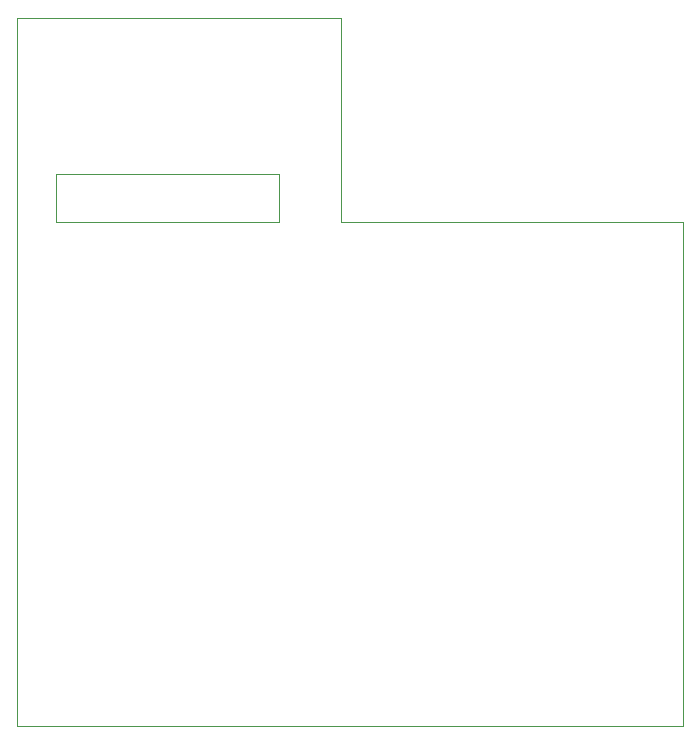
<source format=gbr>
G04 #@! TF.GenerationSoftware,KiCad,Pcbnew,(5.1.5-0-10_14)*
G04 #@! TF.CreationDate,2020-06-30T17:37:43-04:00*
G04 #@! TF.ProjectId,Pinky,50696e6b-792e-46b6-9963-61645f706362,rev?*
G04 #@! TF.SameCoordinates,Original*
G04 #@! TF.FileFunction,Profile,NP*
%FSLAX46Y46*%
G04 Gerber Fmt 4.6, Leading zero omitted, Abs format (unit mm)*
G04 Created by KiCad (PCBNEW (5.1.5-0-10_14)) date 2020-06-30 17:37:43*
%MOMM*%
%LPD*%
G04 APERTURE LIST*
%ADD10C,0.050000*%
G04 APERTURE END LIST*
D10*
X136525000Y-74168000D02*
X117602000Y-74168000D01*
X136525000Y-70104000D02*
X136525000Y-74168000D01*
X117602000Y-70104000D02*
X136525000Y-70104000D01*
X117602000Y-74168000D02*
X117602000Y-70104000D01*
X141732000Y-56896000D02*
X114300000Y-56896000D01*
X141732000Y-74168000D02*
X141732000Y-56896000D01*
X170688000Y-74168000D02*
X141732000Y-74168000D01*
X170688000Y-116840000D02*
X170688000Y-74168000D01*
X114300000Y-116840000D02*
X170688000Y-116840000D01*
X114300000Y-56896000D02*
X114300000Y-116840000D01*
M02*

</source>
